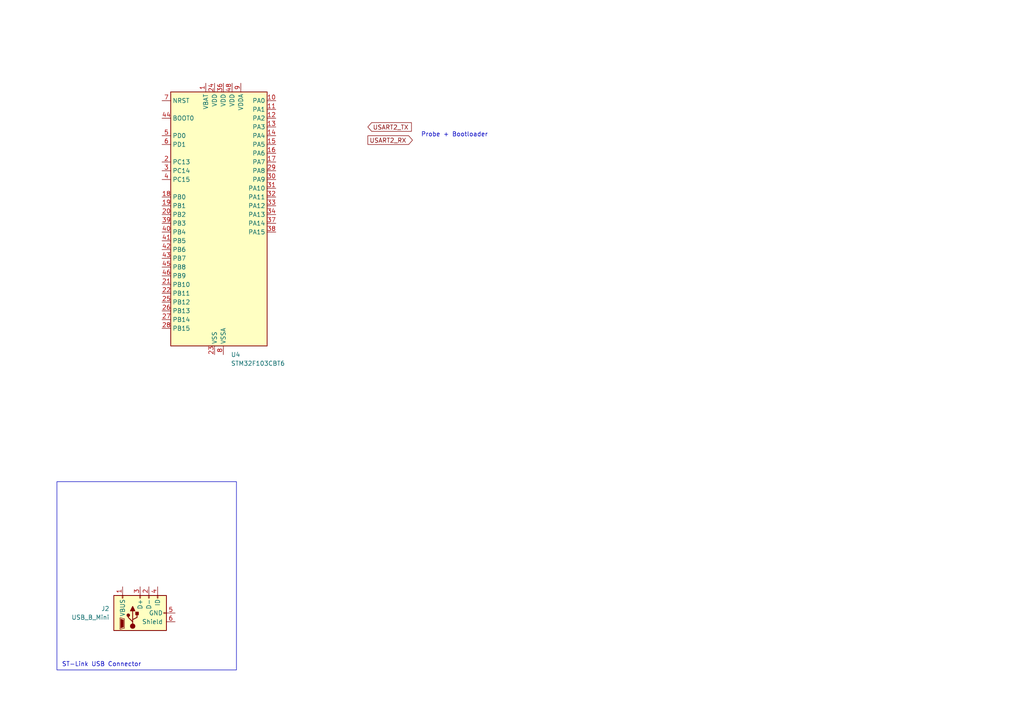
<source format=kicad_sch>
(kicad_sch (version 20231120) (generator "eeschema") (generator_version "8.0")
  (paper "A4")
  (lib_symbols
    (symbol "Connector:USB_B_Mini" (pin_names (offset 1.016))
      (property "Reference" "J" (at -5.08 11.43 0))
      (property "Value" "USB_B_Mini" (at -5.08 8.89 0))
      (symbol "USB_B_Mini_0_1"
        (rectangle (start -5.08 -7.62) (end 5.08 7.62) (stroke (width 0.254)) (fill (type background)))
        (circle (center -3.81 2.159) (radius 0.635) (stroke (width 0.254)) (fill (type outline)))
        (circle (center -0.635 3.429) (radius 0.381) (stroke (width 0.254)) (fill (type outline)))
        (rectangle (start -0.127 -7.62) (end 0.127 -6.858))
        (polyline (pts (xy -1.905 2.159) (xy 0.635 2.159)) (stroke (width 0.254)))
        (polyline (pts (xy -3.175 2.159) (xy -2.54 2.159) (xy -1.27 3.429) (xy -0.635 3.429)) (stroke (width 0.254)))
        (polyline (pts (xy -2.54 2.159) (xy -1.905 2.159) (xy -1.27 0.889) (xy 0 0.889)) (stroke (width 0.254)))
        (polyline (pts (xy 0.635 2.794) (xy 0.635 1.524) (xy 1.905 2.159) (xy 0.635 2.794)) (stroke (width 0.254)) (fill (type outline)))
        (polyline (pts (xy -4.318 5.588) (xy -1.778 5.588) (xy -2.032 4.826) (xy -4.064 4.826) (xy -4.318 5.588)) (fill (type outline)))
        (polyline (pts (xy -4.699 5.842) (xy -4.699 5.588) (xy -4.445 4.826) (xy -4.445 4.572) (xy -1.651 4.572) (xy -1.651 4.826) (xy -1.397 5.588) (xy -1.397 5.842) (xy -4.699 5.842)))
        (rectangle (start 0.254 1.27) (end -0.508 0.508) (stroke (width 0.254)) (fill (type outline)))
        (rectangle (start 5.08 -5.207) (end 4.318 -4.953))
        (rectangle (start 5.08 -2.667) (end 4.318 -2.413))
        (rectangle (start 5.08 -0.127) (end 4.318 0.127))
        (rectangle (start 5.08 4.953) (end 4.318 5.207))
      )
      (symbol "USB_B_Mini_1_1"
        (pin power_out line (at 7.62 5.08 180) (length 2.54) (name "VBUS") (number "1"))
        (pin bidirectional line (at 7.62 -2.54 180) (length 2.54) (name "D-") (number "2"))
        (pin bidirectional line (at 7.62 0 180) (length 2.54) (name "D+") (number "3"))
        (pin passive line (at 7.62 -5.08 180) (length 2.54) (name "ID") (number "4"))
        (pin power_out line (at 0 -10.16 90) (length 2.54) (name "GND") (number "5"))
        (pin passive line (at -2.54 -10.16 90) (length 2.54) (name "Shield") (number "6"))
      )
    )
    (symbol "MCU_ST_STM32F1:STM32F103CBTx"
      (property "Reference" "U" (at -12.7 39.37 0))
      (property "Value" "STM32F103CBTx" (at 10.16 39.37 0))
      (symbol "STM32F103CBTx_0_1"
        (rectangle (start -12.7 -35.56) (end 15.24 38.1) (stroke (width 0.254)) (fill (type background)))
      )
      (symbol "STM32F103CBTx_1_1"
        (pin power_in line (at -2.54 40.64 270) (length 2.54) (name "VBAT") (number "1"))
        (pin bidirectional line (at 17.78 35.56 180) (length 2.54) (name "PA0") (number "10"))
        (pin bidirectional line (at 17.78 33.02 180) (length 2.54) (name "PA1") (number "11"))
        (pin bidirectional line (at 17.78 30.48 180) (length 2.54) (name "PA2") (number "12"))
        (pin bidirectional line (at 17.78 27.94 180) (length 2.54) (name "PA3") (number "13"))
        (pin bidirectional line (at 17.78 25.4 180) (length 2.54) (name "PA4") (number "14"))
        (pin bidirectional line (at 17.78 22.86 180) (length 2.54) (name "PA5") (number "15"))
        (pin bidirectional line (at 17.78 20.32 180) (length 2.54) (name "PA6") (number "16"))
        (pin bidirectional line (at 17.78 17.78 180) (length 2.54) (name "PA7") (number "17"))
        (pin bidirectional line (at -15.24 7.62 0) (length 2.54) (name "PB0") (number "18"))
        (pin bidirectional line (at -15.24 5.08 0) (length 2.54) (name "PB1") (number "19"))
        (pin bidirectional line (at -15.24 17.78 0) (length 2.54) (name "PC13") (number "2"))
        (pin bidirectional line (at -15.24 2.54 0) (length 2.54) (name "PB2") (number "20"))
        (pin bidirectional line (at -15.24 -17.78 0) (length 2.54) (name "PB10") (number "21"))
        (pin bidirectional line (at -15.24 -20.32 0) (length 2.54) (name "PB11") (number "22"))
        (pin power_in line (at 0 -38.1 90) (length 2.54) (name "VSS") (number "23"))
        (pin power_in line (at 0 40.64 270) (length 2.54) (name "VDD") (number "24"))
        (pin bidirectional line (at -15.24 -22.86 0) (length 2.54) (name "PB12") (number "25"))
        (pin bidirectional line (at -15.24 -25.4 0) (length 2.54) (name "PB13") (number "26"))
        (pin bidirectional line (at -15.24 -27.94 0) (length 2.54) (name "PB14") (number "27"))
        (pin bidirectional line (at -15.24 -30.48 0) (length 2.54) (name "PB15") (number "28"))
        (pin bidirectional line (at 17.78 15.24 180) (length 2.54) (name "PA8") (number "29"))
        (pin bidirectional line (at -15.24 15.24 0) (length 2.54) (name "PC14") (number "3"))
        (pin bidirectional line (at 17.78 12.7 180) (length 2.54) (name "PA9") (number "30"))
        (pin bidirectional line (at 17.78 10.16 180) (length 2.54) (name "PA10") (number "31"))
        (pin bidirectional line (at 17.78 7.62 180) (length 2.54) (name "PA11") (number "32"))
        (pin bidirectional line (at 17.78 5.08 180) (length 2.54) (name "PA12") (number "33"))
        (pin bidirectional line (at 17.78 2.54 180) (length 2.54) (name "PA13") (number "34"))
        (pin passive line (at 0 -38.1 90) (length 2.54) hide (name "VSS") (number "35"))
        (pin power_in line (at 2.54 40.64 270) (length 2.54) (name "VDD") (number "36"))
        (pin bidirectional line (at 17.78 0 180) (length 2.54) (name "PA14") (number "37"))
        (pin bidirectional line (at 17.78 -2.54 180) (length 2.54) (name "PA15") (number "38"))
        (pin bidirectional line (at -15.24 0 0) (length 2.54) (name "PB3") (number "39"))
        (pin bidirectional line (at -15.24 12.7 0) (length 2.54) (name "PC15") (number "4"))
        (pin bidirectional line (at -15.24 -2.54 0) (length 2.54) (name "PB4") (number "40"))
        (pin bidirectional line (at -15.24 -5.08 0) (length 2.54) (name "PB5") (number "41"))
        (pin bidirectional line (at -15.24 -7.62 0) (length 2.54) (name "PB6") (number "42"))
        (pin bidirectional line (at -15.24 -10.16 0) (length 2.54) (name "PB7") (number "43"))
        (pin input line (at -15.24 30.48 0) (length 2.54) (name "BOOT0") (number "44"))
        (pin bidirectional line (at -15.24 -12.7 0) (length 2.54) (name "PB8") (number "45"))
        (pin bidirectional line (at -15.24 -15.24 0) (length 2.54) (name "PB9") (number "46"))
        (pin passive line (at 0 -38.1 90) (length 2.54) hide (name "VSS") (number "47"))
        (pin power_in line (at 5.08 40.64 270) (length 2.54) (name "VDD") (number "48"))
        (pin bidirectional line (at -15.24 25.4 0) (length 2.54) (name "PD0") (number "5"))
        (pin bidirectional line (at -15.24 22.86 0) (length 2.54) (name "PD1") (number "6"))
        (pin input line (at -15.24 35.56 0) (length 2.54) (name "NRST") (number "7"))
        (pin power_in line (at 2.54 -38.1 90) (length 2.54) (name "VSSA") (number "8"))
        (pin power_in line (at 7.62 40.64 270) (length 2.54) (name "VDDA") (number "9"))
      )
    )
  )
  (rectangle (start 16.51 139.7) (end 68.58 194.31))
  (text "ST-Link USB Connector" (at 29.464 192.786 0) (effects (font (size 1.27 1.27))))
  (text "Probe + Bootloader" (at 131.826 39.116 0) (effects (font (size 1.27 1.27))))
  (global_label "USART2_TX" (shape input) (at 106.68 36.83 0) (property "Intersheetrefs" "${INTERSHEET_REFS}" (effects (hide yes))))
  (global_label "USART2_RX" (shape output) (at 106.68 40.64 0) (property "Intersheetrefs" "${INTERSHEET_REFS}" (effects (hide yes))))
  (symbol (lib_id "MCU_ST_STM32F1:STM32F103CBTx") (at 62.23 64.77 0) (unit 1)
    (property "Reference" "U4" (at 66.9641 102.87 0) (effects (justify left)))
    (property "Value" "STM32F103CBT6" (at 66.9641 105.41 0) (effects (justify left)))
    (property "Footprint" "Package_QFP:LQFP-48_7x7mm_P0.5mm" (effects (hide yes)))
    (property "Datasheet" "https://www.st.com/resource/en/datasheet/stm32f103cb.pdf" (effects (hide yes)))
    (property "Description" "STMicroelectronics Arm Cortex-M3 MCU, 128KB flash, 20KB RAM, 72 MHz, 2.0-3.6V, 37 GPIO, LQFP48" (effects (hide yes)))
  )
  (symbol (lib_id "Connector:USB_B_Mini") (at 40.64 177.8 90) (unit 1)
    (property "Reference" "J2" (at 31.75 176.5299 90) (effects (justify left)))
    (property "Value" "USB_B_Mini" (at 31.75 179.0699 90) (effects (justify left)))
    (property "Footprint" "Connector_USB:USB_Mini-B_Wuerth_65100516121_Horizontal" (effects (hide yes)))
    (property "Description" "USB Mini Type B connector" (effects (hide yes)))
    (property "Manufacturer" " XKB Connection" (effects (hide yes)))
    (property "Manufacturer Part" " U213-051N-4BH82" (effects (hide yes)))
    (property "Supplier" "LCSC" (effects (hide yes)))
    (property "Supplier Part" " C1121886" (effects (hide yes)))
  )
)
</source>
